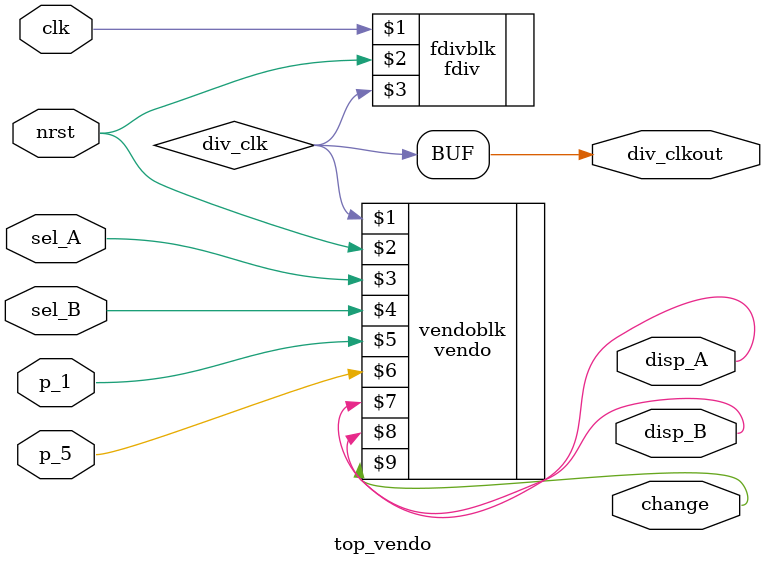
<source format=v>
`timescale 1ns / 1ps
module top_vendo(
    input clk,
    input nrst,
    input sel_A,
    input sel_B,
    input p_1,
    input p_5,
    output disp_A,
    output disp_B,
    output change,
	 output div_clkout
    );
	 
	//define wires
	wire div_clk;
	
	//instantiate blocks
	fdiv fdivblk(clk, nrst, div_clk);
	vendo vendoblk(div_clk, nrst, sel_A, sel_B, p_1, p_5, disp_A, disp_B, change);
	assign div_clkout = div_clk;

endmodule

</source>
